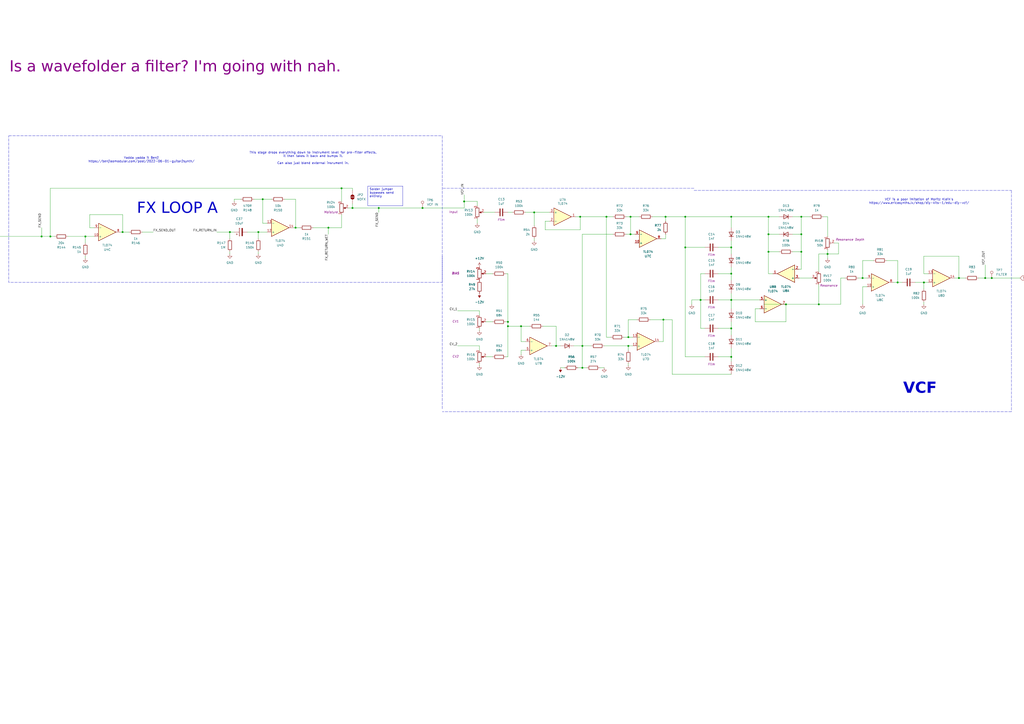
<source format=kicad_sch>
(kicad_sch (version 20231120) (generator "eeschema") (generator_version "8.0")
  (paper "A2")
  (title_block (title "Laundromat") (rev "1.0") (company "velvia-fifty") (comment 1 "https://github.com/velvia-fifty") (comment 2 "Just drop it off and we'll wash and fold it") (comment 4 "Stay humble"))
  (lib_symbols
    (symbol "Amplifier_Operational:TL074" (pin_names (offset 0.127))
      (property "Reference" "U" (at 0 5.08 0))
      (property "Value" "TL074" (at 0 -5.08 0))
      (symbol "TL074_1_1"
        (polyline (pts (xy -5.08 5.08) (xy 5.08 0) (xy -5.08 -5.08) (xy -5.08 5.08)) (stroke (width 0.254)) (fill (type background)))
        (pin output line (at 7.62 0 180) (length 2.54) (name "~") (number "1"))
        (pin input line (at -7.62 -2.54 0) (length 2.54) (name "-") (number "2"))
        (pin input line (at -7.62 2.54 0) (length 2.54) (name "+") (number "3"))
      )
      (symbol "TL074_2_1"
        (polyline (pts (xy -5.08 5.08) (xy 5.08 0) (xy -5.08 -5.08) (xy -5.08 5.08)) (stroke (width 0.254)) (fill (type background)))
        (pin input line (at -7.62 2.54 0) (length 2.54) (name "+") (number "5"))
        (pin input line (at -7.62 -2.54 0) (length 2.54) (name "-") (number "6"))
        (pin output line (at 7.62 0 180) (length 2.54) (name "~") (number "7"))
      )
      (symbol "TL074_3_1"
        (polyline (pts (xy -5.08 5.08) (xy 5.08 0) (xy -5.08 -5.08) (xy -5.08 5.08)) (stroke (width 0.254)) (fill (type background)))
        (pin input line (at -7.62 2.54 0) (length 2.54) (name "+") (number "10"))
        (pin output line (at 7.62 0 180) (length 2.54) (name "~") (number "8"))
        (pin input line (at -7.62 -2.54 0) (length 2.54) (name "-") (number "9"))
      )
      (symbol "TL074_4_1"
        (polyline (pts (xy -5.08 5.08) (xy 5.08 0) (xy -5.08 -5.08) (xy -5.08 5.08)) (stroke (width 0.254)) (fill (type background)))
        (pin input line (at -7.62 2.54 0) (length 2.54) (name "+") (number "12"))
        (pin input line (at -7.62 -2.54 0) (length 2.54) (name "-") (number "13"))
        (pin output line (at 7.62 0 180) (length 2.54) (name "~") (number "14"))
      )
      (symbol "TL074_5_1"
        (pin power_in line (at -2.54 -7.62 90) (length 3.81) (name "V-") (number "11"))
        (pin power_in line (at -2.54 7.62 270) (length 3.81) (name "V+") (number "4"))
      )
    )
    (symbol "Connector:TestPoint" (pin_numbers hide) (pin_names (offset 0.762) hide)
      (property "Reference" "TP" (at 0 6.858 0))
      (property "Value" "TestPoint" (at 0 5.08 0))
      (symbol "TestPoint_0_1"
        (circle (center 0 3.302) (radius 0.762))
      )
      (symbol "TestPoint_1_1"
        (pin passive line (at 0 0 90) (length 2.54) (name "1") (number "1"))
      )
    )
    (symbol "Device:C" (pin_numbers hide) (pin_names (offset 0.254))
      (property "Reference" "C" (at 0.635 2.54 0))
      (property "Value" "C" (at 0.635 -2.54 0))
      (symbol "C_0_1"
        (polyline (pts (xy -2.032 -0.762) (xy 2.032 -0.762)) (stroke (width 0.508)))
        (polyline (pts (xy -2.032 0.762) (xy 2.032 0.762)) (stroke (width 0.508)))
      )
      (symbol "C_1_1"
        (pin passive line (at 0 3.81 270) (length 2.794) (name "~") (number "1"))
        (pin passive line (at 0 -3.81 90) (length 2.794) (name "~") (number "2"))
      )
    )
    (symbol "Device:C_Polarized" (pin_numbers hide) (pin_names (offset 0.254))
      (property "Reference" "C" (at 0.635 2.54 0))
      (property "Value" "C_Polarized" (at 0.635 -2.54 0))
      (symbol "C_Polarized_0_1"
        (rectangle (start -2.286 0.508) (end 2.286 1.016))
        (polyline (pts (xy -1.778 2.286) (xy -0.762 2.286)))
        (polyline (pts (xy -1.27 2.794) (xy -1.27 1.778)))
        (rectangle (start 2.286 -0.508) (end -2.286 -1.016) (fill (type outline)))
      )
      (symbol "C_Polarized_1_1"
        (pin passive line (at 0 3.81 270) (length 2.794) (name "~") (number "1"))
        (pin passive line (at 0 -3.81 90) (length 2.794) (name "~") (number "2"))
      )
    )
    (symbol "Device:R" (pin_numbers hide) (pin_names (offset 0))
      (property "Reference" "R" (at 2.032 0 90))
      (property "Value" "R" (at 0 0 90))
      (symbol "R_0_1"
        (rectangle (start -1.016 -2.54) (end 1.016 2.54) (stroke (width 0.254)))
      )
      (symbol "R_1_1"
        (pin passive line (at 0 3.81 270) (length 1.27) (name "~") (number "1"))
        (pin passive line (at 0 -3.81 90) (length 1.27) (name "~") (number "2"))
      )
    )
    (symbol "Device:R_Potentiometer" (pin_names (offset 1.016) hide)
      (property "Reference" "RV" (at -4.445 0 90))
      (property "Value" "R_Potentiometer" (at -2.54 0 90))
      (symbol "R_Potentiometer_0_1"
        (polyline (pts (xy 2.54 0) (xy 1.524 0)))
        (polyline (pts (xy 1.143 0) (xy 2.286 0.508) (xy 2.286 -0.508) (xy 1.143 0)) (fill (type outline)))
        (rectangle (start 1.016 2.54) (end -1.016 -2.54) (stroke (width 0.254)))
      )
      (symbol "R_Potentiometer_1_1"
        (pin passive line (at 0 3.81 270) (length 1.27) (name "1") (number "1"))
        (pin passive line (at 3.81 0 180) (length 1.27) (name "2") (number "2"))
        (pin passive line (at 0 -3.81 90) (length 1.27) (name "3") (number "3"))
      )
    )
    (symbol "Device:R_Potentiometer_Trim" (pin_names (offset 1.016) hide)
      (property "Reference" "RV" (at -4.445 0 90))
      (property "Value" "R_Potentiometer_Trim" (at -2.54 0 90))
      (symbol "R_Potentiometer_Trim_0_1"
        (polyline (pts (xy 1.524 0.762) (xy 1.524 -0.762)))
        (polyline (pts (xy 2.54 0) (xy 1.524 0)))
        (rectangle (start 1.016 2.54) (end -1.016 -2.54) (stroke (width 0.254)))
      )
      (symbol "R_Potentiometer_Trim_1_1"
        (pin passive line (at 0 3.81 270) (length 1.27) (name "1") (number "1"))
        (pin passive line (at 3.81 0 180) (length 1.27) (name "2") (number "2"))
        (pin passive line (at 0 -3.81 90) (length 1.27) (name "3") (number "3"))
      )
    )
    (symbol "Diode:1N4148W" (pin_numbers hide) (pin_names hide)
      (property "Reference" "D" (at 0 2.54 0))
      (property "Value" "1N4148W" (at 0 -2.54 0))
      (symbol "1N4148W_0_1"
        (polyline (pts (xy -1.27 1.27) (xy -1.27 -1.27)) (stroke (width 0.254)))
        (polyline (pts (xy 1.27 0) (xy -1.27 0)))
        (polyline (pts (xy 1.27 1.27) (xy 1.27 -1.27) (xy -1.27 0) (xy 1.27 1.27)) (stroke (width 0.254)))
      )
      (symbol "1N4148W_1_1"
        (pin passive line (at -3.81 0 0) (length 2.54) (name "K") (number "1"))
        (pin passive line (at 3.81 0 180) (length 2.54) (name "A") (number "2"))
      )
    )
    (symbol "Jumper:SolderJumper_2_Open" (pin_numbers hide) (pin_names (offset 0) hide) (exclude_from_sim yes) (in_bom no)
      (property "Reference" "JP" (at 0 2.032 0))
      (property "Value" "SolderJumper_2_Open" (at 0 -2.54 0))
      (symbol "SolderJumper_2_Open_0_1"
        (arc (start -0.254 1.016) (mid -1.2656 0) (end -0.254 -1.016))
        (arc (start -0.254 1.016) (mid -1.2656 0) (end -0.254 -1.016) (fill (type outline)))
        (polyline (pts (xy -0.254 1.016) (xy -0.254 -1.016)))
        (polyline (pts (xy 0.254 1.016) (xy 0.254 -1.016)))
        (arc (start 0.254 -1.016) (mid 1.2656 0) (end 0.254 1.016))
        (arc (start 0.254 -1.016) (mid 1.2656 0) (end 0.254 1.016) (fill (type outline)))
      )
      (symbol "SolderJumper_2_Open_1_1"
        (pin passive line (at -3.81 0 0) (length 2.54) (name "A") (number "1"))
        (pin passive line (at 3.81 0 180) (length 2.54) (name "B") (number "2"))
      )
    )
    (symbol "power:+12V" (power) (pin_numbers hide) (pin_names (offset 0) hide)
      (property "Value" "+12V" (at 0 3.556 0))
      (symbol "+12V_0_1"
        (polyline (pts (xy -0.762 1.27) (xy 0 2.54)))
        (polyline (pts (xy 0 0) (xy 0 2.54)))
        (polyline (pts (xy 0 2.54) (xy 0.762 1.27)))
      )
      (symbol "+12V_1_1"
        (pin power_in line (at 0 0 90) (length 0) (name "~") (number "1"))
      )
    )
    (symbol "power:-12V" (power) (pin_numbers hide) (pin_names (offset 0) hide)
      (property "Value" "-12V" (at 0 3.556 0))
      (symbol "-12V_0_0"
        (pin power_in line (at 0 0 90) (length 0) (name "~") (number "1"))
      )
      (symbol "-12V_0_1"
        (polyline (pts (xy 0 0) (xy 0 1.27) (xy 0.762 1.27) (xy 0 2.54) (xy -0.762 1.27) (xy 0 1.27)) (fill (type outline)))
      )
    )
    (symbol "power:GND" (power) (pin_numbers hide) (pin_names (offset 0) hide)
      (property "Value" "GND" (at 0 -3.81 0))
      (symbol "GND_0_1"
        (polyline (pts (xy 0 0) (xy 0 -1.27) (xy 1.27 -1.27) (xy 0 -2.54) (xy -1.27 -1.27) (xy 0 -1.27)))
      )
      (symbol "GND_1_1"
        (pin power_in line (at 0 0 270) (length 0) (name "~") (number "1"))
      )
    )
  )
  (junction (at 133.35 134.62))
  (junction (at 365.76 135.89))
  (junction (at 480.06 147.32))
  (junction (at 464.82 135.89))
  (junction (at 302.26 189.23))
  (junction (at 556.26 161.29))
  (junction (at 49.53 137.16))
  (junction (at 520.7 163.83))
  (junction (at 364.49 200.66))
  (junction (at 474.98 176.53))
  (junction (at 424.18 143.51))
  (junction (at 464.82 125.73))
  (junction (at 322.58 200.66))
  (junction (at 219.71 120.65))
  (junction (at 500.38 161.29))
  (junction (at 571.5 161.29))
  (junction (at 397.51 125.73))
  (junction (at 351.79 125.73))
  (junction (at 29.21 137.16))
  (junction (at 445.77 146.05))
  (junction (at 386.08 125.73))
  (junction (at 424.18 207.01))
  (junction (at 406.4 173.99))
  (junction (at 455.93 176.53))
  (junction (at 445.77 135.89))
  (junction (at 336.55 125.73))
  (junction (at 337.82 213.36))
  (junction (at 445.77 125.73))
  (junction (at 337.82 200.66))
  (junction (at 464.82 146.05))
  (junction (at 424.18 173.99))
  (junction (at 152.4 115.57))
  (junction (at 198.12 109.22))
  (junction (at 24.13 137.16))
  (junction (at 364.49 195.58))
  (junction (at 535.94 163.83))
  (junction (at 424.18 125.73))
  (junction (at 294.64 186.69))
  (junction (at 149.86 134.62))
  (junction (at 365.76 125.73))
  (junction (at 245.11 120.65))
  (junction (at 171.45 132.08))
  (junction (at 204.47 120.65))
  (junction (at 190.5 132.08))
  (junction (at 575.31 161.29))
  (junction (at 424.18 158.75))
  (junction (at 384.81 185.42))
  (junction (at 397.51 143.51))
  (junction (at 269.24 116.84))
  (junction (at 424.18 190.5))
  (junction (at 294.64 189.23))
  (junction (at 309.88 123.19))
  (junction (at 71.12 134.62))
  (wire (pts (xy 350.52 200.66) (xy 364.49 200.66)))
  (wire (pts (xy 29.21 109.22) (xy 29.21 137.16)))
  (wire (pts (xy 29.21 137.16) (xy 31.75 137.16)))
  (wire (pts (xy 464.82 135.89) (xy 464.82 146.05)))
  (wire (pts (xy 335.28 213.36) (xy 337.82 213.36)))
  (wire (pts (xy 486.41 140.97) (xy 486.41 147.32)))
  (wire (pts (xy 318.77 123.19) (xy 309.88 123.19)))
  (wire (pts (xy 294.64 189.23) (xy 294.64 207.01)))
  (wire (pts (xy 204.47 109.22) (xy 198.12 109.22)))
  (wire (pts (xy 351.79 125.73) (xy 355.6 125.73)))
  (wire (pts (xy 406.4 173.99) (xy 408.94 173.99)))
  (wire (pts (xy 204.47 120.65) (xy 219.71 120.65)))
  (wire (pts (xy 135.89 134.62) (xy 133.35 134.62)))
  (wire (pts (xy 152.4 115.57) (xy 157.48 115.57)))
  (wire (pts (xy 463.55 156.21) (xy 464.82 156.21)))
  (wire (pts (xy 265.43 200.66) (xy 278.13 200.66)))
  (wire (pts (xy 24.13 132.08) (xy 24.13 137.16)))
  (wire (pts (xy 294.64 189.23) (xy 302.26 189.23)))
  (wire (pts (xy 363.22 135.89) (xy 365.76 135.89)))
  (wire (pts (xy 364.49 200.66) (xy 364.49 203.2)))
  (wire (pts (xy 364.49 185.42) (xy 364.49 195.58)))
  (wire (pts (xy 416.56 207.01) (xy 424.18 207.01)))
  (wire (pts (xy 278.13 191.77) (xy 278.13 190.5)))
  (wire (pts (xy 49.53 137.16) (xy 49.53 140.97)))
  (wire (pts (xy 278.13 212.09) (xy 278.13 210.82)))
  (wire (pts (xy 384.81 198.12) (xy 382.27 198.12)))
  (wire (pts (xy 347.98 213.36) (xy 350.52 213.36)))
  (wire (pts (xy 74.93 134.62) (xy 71.12 134.62)))
  (wire (pts (xy 365.76 135.89) (xy 368.3 135.89)))
  (wire (pts (xy 530.86 163.83) (xy 535.94 163.83)))
  (wire (pts (xy 474.98 157.48) (xy 474.98 147.32)))
  (wire (pts (xy 378.46 125.73) (xy 386.08 125.73)))
  (polyline (pts (xy 402.59 110.49) (xy 586.74 110.49)) (stroke (width 0) (type dash)))
  (wire (pts (xy 500.38 151.13) (xy 506.73 151.13)))
  (wire (pts (xy 455.93 176.53) (xy 443.23 176.53)))
  (wire (pts (xy 302.26 203.2) (xy 304.8 203.2)))
  (wire (pts (xy 445.77 146.05) (xy 445.77 158.75)))
  (wire (pts (xy 424.18 217.17) (xy 389.89 217.17)))
  (wire (pts (xy 302.26 205.74) (xy 302.26 203.2)))
  (wire (pts (xy 219.71 123.19) (xy 219.71 120.65)))
  (wire (pts (xy -2.54 137.16) (xy 24.13 137.16)))
  (wire (pts (xy 500.38 161.29) (xy 500.38 151.13)))
  (wire (pts (xy 133.35 138.43) (xy 133.35 134.62)))
  (wire (pts (xy 514.35 151.13) (xy 520.7 151.13)))
  (wire (pts (xy 354.33 195.58) (xy 351.79 195.58)))
  (wire (pts (xy 424.18 194.31) (xy 424.18 190.5)))
  (wire (pts (xy 384.81 185.42) (xy 384.81 198.12)))
  (wire (pts (xy 438.15 186.69) (xy 455.93 186.69)))
  (wire (pts (xy 276.86 119.38) (xy 276.86 116.84)))
  (wire (pts (xy 556.26 161.29) (xy 556.26 148.59)))
  (wire (pts (xy 149.86 138.43) (xy 149.86 134.62)))
  (wire (pts (xy 133.35 146.05) (xy 133.35 147.32)))
  (wire (pts (xy 397.51 143.51) (xy 408.94 143.51)))
  (wire (pts (xy 171.45 115.57) (xy 171.45 132.08)))
  (wire (pts (xy 154.94 134.62) (xy 149.86 134.62)))
  (wire (pts (xy 424.18 190.5) (xy 424.18 186.69)))
  (wire (pts (xy 424.18 162.56) (xy 424.18 158.75)))
  (wire (pts (xy 452.12 146.05) (xy 445.77 146.05)))
  (wire (pts (xy 520.7 163.83) (xy 523.24 163.83)))
  (wire (pts (xy 147.32 115.57) (xy 152.4 115.57)))
  (wire (pts (xy 474.98 176.53) (xy 487.68 176.53)))
  (wire (pts (xy 322.58 200.66) (xy 322.58 189.23)))
  (wire (pts (xy 401.32 173.99) (xy 406.4 173.99)))
  (wire (pts (xy 54.61 132.08) (xy 52.07 132.08)))
  (wire (pts (xy 567.69 161.29) (xy 571.5 161.29)))
  (wire (pts (xy 71.12 134.62) (xy 69.85 134.62)))
  (wire (pts (xy 364.49 212.09) (xy 364.49 210.82)))
  (wire (pts (xy 459.74 135.89) (xy 464.82 135.89)))
  (wire (pts (xy 538.48 158.75) (xy 535.94 158.75)))
  (wire (pts (xy 535.94 163.83) (xy 538.48 163.83)))
  (wire (pts (xy 82.55 134.62) (xy 88.9 134.62)))
  (wire (pts (xy 49.53 148.59) (xy 49.53 149.86)))
  (wire (pts (xy 401.32 176.53) (xy 401.32 173.99)))
  (wire (pts (xy 135.89 115.57) (xy 139.7 115.57)))
  (wire (pts (xy 480.06 144.78) (xy 480.06 147.32)))
  (wire (pts (xy 351.79 195.58) (xy 351.79 125.73)))
  (wire (pts (xy 480.06 125.73) (xy 480.06 137.16)))
  (wire (pts (xy 487.68 161.29) (xy 490.22 161.29)))
  (polyline (pts (xy 586.74 110.49) (xy 586.74 238.76)) (stroke (width 0) (type dash)))
  (wire (pts (xy 52.07 124.46) (xy 71.12 124.46)))
  (wire (pts (xy 280.67 123.19) (xy 287.02 123.19)))
  (wire (pts (xy 171.45 132.08) (xy 170.18 132.08)))
  (wire (pts (xy 316.23 133.35) (xy 336.55 133.35)))
  (wire (pts (xy 245.11 120.65) (xy 269.24 120.65)))
  (wire (pts (xy 294.64 186.69) (xy 294.64 189.23)))
  (wire (pts (xy 474.98 147.32) (xy 480.06 147.32)))
  (wire (pts (xy 337.82 200.66) (xy 337.82 213.36)))
  (wire (pts (xy 416.56 158.75) (xy 424.18 158.75)))
  (wire (pts (xy 535.94 158.75) (xy 535.94 148.59)))
  (wire (pts (xy 269.24 113.03) (xy 269.24 116.84)))
  (wire (pts (xy 424.18 158.75) (xy 424.18 154.94)))
  (wire (pts (xy 269.24 116.84) (xy 276.86 116.84)))
  (wire (pts (xy 219.71 120.65) (xy 245.11 120.65)))
  (wire (pts (xy 424.18 173.99) (xy 440.69 173.99)))
  (wire (pts (xy 54.61 137.16) (xy 49.53 137.16)))
  (wire (pts (xy 553.72 161.29) (xy 556.26 161.29)))
  (wire (pts (xy 377.19 185.42) (xy 384.81 185.42)))
  (wire (pts (xy 173.99 132.08) (xy 171.45 132.08)))
  (wire (pts (xy 294.64 186.69) (xy 294.64 158.75)))
  (wire (pts (xy 316.23 128.27) (xy 316.23 133.35)))
  (wire (pts (xy 520.7 151.13) (xy 520.7 163.83)))
  (polyline (pts (xy 586.74 238.76) (xy 256.54 238.76)) (stroke (width 0) (type dash)))
  (wire (pts (xy 424.18 125.73) (xy 445.77 125.73)))
  (wire (pts (xy 438.15 179.07) (xy 440.69 179.07)))
  (wire (pts (xy 416.56 173.99) (xy 424.18 173.99)))
  (wire (pts (xy 397.51 207.01) (xy 408.94 207.01)))
  (wire (pts (xy 369.57 185.42) (xy 364.49 185.42)))
  (wire (pts (xy 190.5 132.08) (xy 198.12 132.08)))
  (wire (pts (xy 424.18 143.51) (xy 424.18 139.7)))
  (wire (pts (xy 269.24 116.84) (xy 269.24 120.65)))
  (wire (pts (xy 293.37 158.75) (xy 294.64 158.75)))
  (wire (pts (xy 337.82 135.89) (xy 355.6 135.89)))
  (wire (pts (xy 332.74 200.66) (xy 337.82 200.66)))
  (wire (pts (xy 149.86 134.62) (xy 143.51 134.62)))
  (wire (pts (xy 336.55 133.35) (xy 336.55 125.73)))
  (polyline (pts (xy 402.59 109.22) (xy 256.54 109.22)) (stroke (width 0) (type dash)))
  (wire (pts (xy 571.5 153.67) (xy 571.5 161.29)))
  (wire (pts (xy 477.52 125.73) (xy 480.06 125.73)))
  (wire (pts (xy 370.84 125.73) (xy 365.76 125.73)))
  (wire (pts (xy 304.8 198.12) (xy 302.26 198.12)))
  (wire (pts (xy 302.26 189.23) (xy 307.34 189.23)))
  (wire (pts (xy 459.74 125.73) (xy 464.82 125.73)))
  (wire (pts (xy 463.55 161.29) (xy 471.17 161.29)))
  (wire (pts (xy 535.94 176.53) (xy 535.94 175.26)))
  (wire (pts (xy 386.08 135.89) (xy 386.08 138.43)))
  (wire (pts (xy 464.82 125.73) (xy 469.9 125.73)))
  (wire (pts (xy 181.61 132.08) (xy 190.5 132.08)))
  (wire (pts (xy 204.47 118.11) (xy 204.47 120.65)))
  (wire (pts (xy 149.86 146.05) (xy 149.86 147.32)))
  (wire (pts (xy 397.51 143.51) (xy 397.51 207.01)))
  (wire (pts (xy 281.94 207.01) (xy 285.75 207.01)))
  (wire (pts (xy 386.08 125.73) (xy 386.08 128.27)))
  (wire (pts (xy 364.49 195.58) (xy 367.03 195.58)))
  (wire (pts (xy 293.37 207.01) (xy 294.64 207.01)))
  (wire (pts (xy 571.5 161.29) (xy 575.31 161.29)))
  (wire (pts (xy 455.93 176.53) (xy 474.98 176.53)))
  (wire (pts (xy 198.12 116.84) (xy 198.12 109.22)))
  (wire (pts (xy 361.95 195.58) (xy 364.49 195.58)))
  (wire (pts (xy 281.94 186.69) (xy 285.75 186.69)))
  (wire (pts (xy 416.56 143.51) (xy 424.18 143.51)))
  (wire (pts (xy 154.94 129.54) (xy 152.4 129.54)))
  (wire (pts (xy 535.94 148.59) (xy 556.26 148.59)))
  (wire (pts (xy 336.55 125.73) (xy 351.79 125.73)))
  (wire (pts (xy 445.77 125.73) (xy 445.77 135.89)))
  (wire (pts (xy 386.08 125.73) (xy 397.51 125.73)))
  (wire (pts (xy 278.13 182.88) (xy 278.13 180.34)))
  (wire (pts (xy 281.94 158.75) (xy 285.75 158.75)))
  (wire (pts (xy 320.04 200.66) (xy 322.58 200.66)))
  (wire (pts (xy 337.82 213.36) (xy 340.36 213.36)))
  (wire (pts (xy 455.93 186.69) (xy 455.93 176.53)))
  (wire (pts (xy 438.15 179.07) (xy 438.15 186.69)))
  (wire (pts (xy 406.4 158.75) (xy 408.94 158.75)))
  (wire (pts (xy 365.76 125.73) (xy 365.76 135.89)))
  (wire (pts (xy 363.22 125.73) (xy 365.76 125.73)))
  (wire (pts (xy 165.1 115.57) (xy 171.45 115.57)))
  (wire (pts (xy 198.12 109.22) (xy 29.21 109.22)))
  (wire (pts (xy 424.18 179.07) (xy 424.18 173.99)))
  (wire (pts (xy 389.89 217.17) (xy 389.89 185.42)))
  (wire (pts (xy 71.12 124.46) (xy 71.12 134.62)))
  (wire (pts (xy 39.37 137.16) (xy 49.53 137.16)))
  (wire (pts (xy 556.26 161.29) (xy 560.07 161.29)))
  (wire (pts (xy 445.77 135.89) (xy 452.12 135.89)))
  (wire (pts (xy 464.82 146.05) (xy 464.82 156.21)))
  (wire (pts (xy 302.26 198.12) (xy 302.26 189.23)))
  (wire (pts (xy 487.68 176.53) (xy 487.68 161.29)))
  (wire (pts (xy 278.13 203.2) (xy 278.13 200.66)))
  (wire (pts (xy 500.38 166.37) (xy 500.38 176.53)))
  (polyline (pts (xy 256.54 148.59) (xy 256.54 237.49)) (stroke (width 0) (type dash)))
  (wire (pts (xy 337.82 200.66) (xy 337.82 135.89)))
  (wire (pts (xy 190.5 135.89) (xy 190.5 132.08)))
  (wire (pts (xy 575.31 161.29) (xy 591.82 161.29)))
  (wire (pts (xy 452.12 125.73) (xy 445.77 125.73)))
  (wire (pts (xy 424.18 207.01) (xy 424.18 201.93)))
  (wire (pts (xy 334.01 125.73) (xy 336.55 125.73)))
  (wire (pts (xy 448.31 158.75) (xy 445.77 158.75)))
  (wire (pts (xy 406.4 158.75) (xy 406.4 173.99)))
  (wire (pts (xy 518.16 163.83) (xy 520.7 163.83)))
  (wire (pts (xy 24.13 137.16) (xy 29.21 137.16)))
  (wire (pts (xy 198.12 124.46) (xy 198.12 132.08)))
  (wire (pts (xy 133.35 134.62) (xy 125.73 134.62)))
  (wire (pts (xy 294.64 123.19) (xy 297.18 123.19)))
  (wire (pts (xy 204.47 120.65) (xy 201.93 120.65)))
  (wire (pts (xy 304.8 123.19) (xy 309.88 123.19)))
  (wire (pts (xy 152.4 129.54) (xy 152.4 115.57)))
  (wire (pts (xy 406.4 173.99) (xy 406.4 190.5)))
  (wire (pts (xy 424.18 147.32) (xy 424.18 143.51)))
  (wire (pts (xy 416.56 190.5) (xy 424.18 190.5)))
  (wire (pts (xy 474.98 165.1) (xy 474.98 176.53)))
  (wire (pts (xy 204.47 110.49) (xy 204.47 109.22)))
  (wire (pts (xy 364.49 200.66) (xy 367.03 200.66)))
  (wire (pts (xy 397.51 125.73) (xy 424.18 125.73)))
  (wire (pts (xy 135.89 116.84) (xy 135.89 115.57)))
  (wire (pts (xy 397.51 125.73) (xy 397.51 143.51)))
  (wire (pts (xy 322.58 200.66) (xy 325.12 200.66)))
  (wire (pts (xy 502.92 161.29) (xy 500.38 161.29)))
  (wire (pts (xy 52.07 132.08) (xy 52.07 124.46)))
  (wire (pts (xy 309.88 123.19) (xy 309.88 130.81)))
  (wire (pts (xy 265.43 180.34) (xy 278.13 180.34)))
  (wire (pts (xy 502.92 166.37) (xy 500.38 166.37)))
  (wire (pts (xy 406.4 190.5) (xy 408.94 190.5)))
  (wire (pts (xy 276.86 129.54) (xy 276.86 127)))
  (wire (pts (xy 424.18 132.08) (xy 424.18 125.73)))
  (wire (pts (xy 483.87 140.97) (xy 486.41 140.97)))
  (wire (pts (xy 342.9 200.66) (xy 337.82 200.66)))
  (wire (pts (xy 445.77 146.05) (xy 445.77 135.89)))
  (wire (pts (xy 309.88 139.7) (xy 309.88 138.43)))
  (wire (pts (xy 386.08 138.43) (xy 383.54 138.43)))
  (wire (pts (xy 314.96 189.23) (xy 322.58 189.23)))
  (wire (pts (xy 325.12 213.36) (xy 327.66 213.36)))
  (wire (pts (xy 486.41 147.32) (xy 480.06 147.32)))
  (wire (pts (xy 424.18 209.55) (xy 424.18 207.01)))
  (wire (pts (xy 535.94 167.64) (xy 535.94 163.83)))
  (wire (pts (xy 464.82 125.73) (xy 464.82 135.89)))
  (wire (pts (xy 497.84 161.29) (xy 500.38 161.29)))
  (wire (pts (xy 293.37 186.69) (xy 294.64 186.69)))
  (wire (pts (xy 480.06 147.32) (xy 480.06 149.86)))
  (wire (pts (xy 384.81 185.42) (xy 389.89 185.42)))
  (wire (pts (xy 318.77 128.27) (xy 316.23 128.27)))
  (wire (pts (xy 459.74 146.05) (xy 464.82 146.05)))
  (wire (pts (xy 424.18 170.18) (xy 424.18 173.99)))
  (rectangle (start 5.08 78.74) (end 256.54 163.83) (stroke (width 0) (type dash)))
  (text_box "Solder jumper bypasses send entirely" (at 213.36 107.95 0) (size 20.32 11.43) (effects (font (size 1.27 1.27)) (justify left top)))
  (text "FX LOOP A" (at 102.87 122.682 0) (effects (font (size 6.35 6.35))))
  (text "VCF" (at 533.654 227.076 0) (effects (font (size 6.35 6.35) (thickness 1.016) (bold yes))))
  (text "This stage drops everything down to instrument level for pre-filter effects,\nit then takes it back and bumps it.\n\nCan also just blend external insrument in." (at 181.61 91.694 0) (effects (font (size 1.27 1.27))))
  (text "Yadda yadda it Benji\nhttps://benjiaomodular.com/post/2022-06-01-guitar2synth/" (at 82.042 92.71 0) (effects (font (size 1.27 1.27))))
  (text "VCF is a poor imitation of Moritz Klein's\nhttps://www.ericasynths.lv/shop/diy-kits-1/edu-diy-vcf/" (at 533.146 116.84 0) (effects (font (size 1.27 1.27))))
  (text "Is a wavefolder a filter? I'm going with nah." (at 101.6 40.64 0) (effects (font (size 6.35 6.35) (italic yes))))
  (label "FX_SEND" (at 24.13 132.08 90))
  (label "FX_RETURN_IN" (at 125.73 134.62 180))
  (label "FX_RETURN_WET" (at 190.5 135.89 270))
  (label "VCF_IN" (at 269.24 113.03 90))
  (label "FX_SEND_OUT" (at 88.9 134.62 0))
  (label "CV_1" (at 265.43 180.34 180))
  (label "VCF_OUT" (at 571.5 153.67 90))
  (label "FX_SEND" (at 219.71 123.19 270))
  (label "CV_2" (at 265.43 200.66 180))
  (global_label "TO FILTER STAGE" (shape input) (at -2.54 137.16 180) (property "Intersheetrefs" "${INTERSHEET_REFS}" (effects (hide yes))))
  (global_label "TO OUTPUT STAGE" (shape input) (at 591.82 161.29 0) (property "Intersheetrefs" "${INTERSHEET_REFS}" (effects (hide yes))))
  (symbol (lib_id "Device:R_Potentiometer") (at 278.13 207.01 0) (mirror x) (unit 1) (on_board no)
    (property "Reference" "RV16" (at 275.59 205.7399 0) (effects (justify right)))
    (property "Value" "100k" (at 275.59 208.2799 0) (effects (justify right)))
    (property "Footprint" "Potentiometer_THT:Potentiometer_Bourns_PTV09A-1_Single_Vertical" (effects (hide yes)))
    (property "Description" "Potentiometer" (effects (hide yes)))
    (property "Control" "CV2" (at 264.16 206.756 0) (effects (font (italic yes))))
  )
  (symbol (lib_id "Amplifier_Operational:TL074") (at 510.54 163.83 0) (mirror x) (unit 3) (on_board no)
    (property "Reference" "U8" (at 510.54 173.99 0))
    (property "Value" "TL074" (at 510.54 171.45 0))
    (property "Footprint" "AT-Footprints:SOT23_DYY_TEX" (effects (hide yes)))
    (property "Datasheet" "http://www.ti.com/lit/ds/symlink/tl071.pdf" (effects (hide yes)))
    (property "Description" "Quad Low-Noise JFET-Input Operational Amplifiers, DIP-14/SOIC-14" (effects (hide yes)))
  )
  (symbol (lib_id "power:GND") (at 480.06 149.86 0) (unit 1) (on_board no)
    (property "Reference" "#PWR067" (effects (hide yes)))
    (property "Value" "GND" (at 480.06 154.94 0))
    (property "Description" "Power symbol creates a global label with name \"GND\" , ground" (effects (hide yes)))
  )
  (symbol (lib_id "Device:C") (at 412.75 190.5 90) (unit 1) (on_board no)
    (property "Reference" "C17" (at 412.75 182.88 90))
    (property "Value" "1nF" (at 412.75 185.42 90))
    (property "Footprint" "Capacitor_SMD:C_0805_2012Metric_Pad1.18x1.45mm_HandSolder" (effects (hide yes)))
    (property "Description" "Unpolarized capacitor" (effects (hide yes)))
    (property "Type" "Film" (at 410.718 194.056 90) (effects (font (italic yes)) (justify right bottom)))
  )
  (symbol (lib_id "Device:R") (at 344.17 213.36 90) (unit 1) (on_board no)
    (property "Reference" "R57" (at 344.17 207.01 90))
    (property "Value" "27k" (at 344.17 209.55 90))
    (property "Footprint" "Resistor_SMD:R_0805_2012Metric_Pad1.20x1.40mm_HandSolder" (effects (hide yes)))
    (property "Description" "Resistor" (effects (hide yes)))
  )
  (symbol (lib_id "Diode:1N4148W") (at 328.93 200.66 0) (mirror y) (unit 1) (on_board no)
    (property "Reference" "D2" (at 328.93 194.31 0))
    (property "Value" "1N4148W" (at 328.93 196.85 0))
    (property "Footprint" "Diode_SMD:D_SOD-123" (effects (hide yes)))
    (property "Datasheet" "https://www.vishay.com/docs/85748/1n4148w.pdf" (effects (hide yes)))
    (property "Description" "75V 0.15A Fast Switching Diode, SOD-123" (effects (hide yes)))
    (property "Sim.Device" "D" (effects (hide yes)))
    (property "Sim.Pins" "1=K 2=A" (effects (hide yes)))
  )
  (symbol (lib_id "Device:R_Potentiometer") (at 276.86 123.19 0) (mirror x) (unit 1) (on_board no)
    (property "Reference" "RV13" (at 274.32 121.9199 0) (effects (justify right)))
    (property "Value" "100k" (at 274.32 124.4599 0) (effects (justify right)))
    (property "Footprint" "Potentiometer_THT:Potentiometer_Bourns_PTV09A-1_Single_Vertical" (effects (hide yes)))
    (property "Description" "Potentiometer" (effects (hide yes)))
    (property "Control" "Input" (at 262.89 122.936 0) (effects (font (italic yes))))
  )
  (symbol (lib_id "power:GND") (at 49.53 149.86 0) (unit 1) (on_board no)
    (property "Reference" "#PWR0109" (effects (hide yes)))
    (property "Value" "GND" (at 49.53 154.94 0))
    (property "Description" "Power symbol creates a global label with name \"GND\" , ground" (effects (hide yes)))
  )
  (symbol (lib_id "Device:R") (at 133.35 142.24 0) (mirror x) (unit 1) (on_board no)
    (property "Reference" "R147" (at 130.8916 140.9699 0) (effects (justify right)))
    (property "Value" "1M" (at 130.8916 143.5099 0) (effects (justify right)))
    (property "Footprint" "Resistor_SMD:R_0805_2012Metric_Pad1.20x1.40mm_HandSolder" (effects (hide yes)))
    (property "Description" "Resistor" (effects (hide yes)))
  )
  (symbol (lib_id "power:GND") (at 278.13 191.77 0) (unit 1) (on_board no)
    (property "Reference" "#PWR059" (effects (hide yes)))
    (property "Value" "GND" (at 278.13 196.85 0))
    (property "Description" "Power symbol creates a global label with name \"GND\" , ground" (effects (hide yes)))
  )
  (symbol (lib_id "Amplifier_Operational:TL074") (at 162.56 132.08 0) (mirror x) (unit 4) (on_board no)
    (property "Reference" "U4" (at 162.56 142.24 0))
    (property "Value" "TL074" (at 162.56 139.7 0))
    (property "Footprint" "AT-Footprints:SOT23_DYY_TEX" (effects (hide yes)))
    (property "Datasheet" "http://www.ti.com/lit/ds/symlink/tl071.pdf" (effects (hide yes)))
    (property "Description" "Quad Low-Noise JFET-Input Operational Amplifiers, DIP-14/SOIC-14" (effects (hide yes)))
  )
  (symbol (lib_id "Diode:1N4148W") (at 424.18 166.37 90) (unit 1) (on_board no)
    (property "Reference" "D9" (at 426.72 165.0999 90) (effects (justify right)))
    (property "Value" "1N4148W" (at 426.72 167.6399 90) (effects (justify right)))
    (property "Footprint" "Diode_SMD:D_SOD-123" (effects (hide yes)))
    (property "Datasheet" "https://www.vishay.com/docs/85748/1n4148w.pdf" (effects (hide yes)))
    (property "Description" "75V 0.15A Fast Switching Diode, SOD-123" (effects (hide yes)))
    (property "Sim.Device" "D" (effects (hide yes)))
    (property "Sim.Pins" "1=K 2=A" (effects (hide yes)))
  )
  (symbol (lib_id "Device:C") (at 412.75 207.01 90) (unit 1) (on_board no)
    (property "Reference" "C18" (at 412.75 199.39 90))
    (property "Value" "1nF" (at 412.75 201.93 90))
    (property "Footprint" "Capacitor_SMD:C_0805_2012Metric_Pad1.18x1.45mm_HandSolder" (effects (hide yes)))
    (property "Description" "Unpolarized capacitor" (effects (hide yes)))
    (property "Type" "Film" (at 410.718 210.566 90) (effects (font (italic yes)) (justify right bottom)))
  )
  (symbol (lib_id "Device:R") (at 149.86 142.24 0) (mirror x) (unit 1) (on_board no)
    (property "Reference" "R149" (at 147.4016 140.9699 0) (effects (justify right)))
    (property "Value" "150k" (at 147.4016 143.5099 0) (effects (justify right)))
    (property "Footprint" "Resistor_SMD:R_0805_2012Metric_Pad1.20x1.40mm_HandSolder" (effects (hide yes)))
    (property "Description" "Resistor" (effects (hide yes)))
  )
  (symbol (lib_id "Device:R") (at 311.15 189.23 90) (unit 1) (on_board no)
    (property "Reference" "R55" (at 311.15 182.88 90))
    (property "Value" "14k" (at 311.15 185.42 90))
    (property "Footprint" "Resistor_SMD:R_0805_2012Metric_Pad1.20x1.40mm_HandSolder" (effects (hide yes)))
    (property "Description" "Resistor" (effects (hide yes)))
  )
  (symbol (lib_id "power:GND") (at 500.38 176.53 0) (unit 1) (on_board no)
    (property "Reference" "#PWR068" (effects (hide yes)))
    (property "Value" "GND" (at 500.38 181.61 0))
    (property "Description" "Power symbol creates a global label with name \"GND\" , ground" (effects (hide yes)))
  )
  (symbol (lib_id "Device:R") (at 346.71 200.66 90) (unit 1) (on_board no)
    (property "Reference" "R70" (at 346.71 194.31 90))
    (property "Value" "33k" (at 346.71 196.85 90))
    (property "Footprint" "Resistor_SMD:R_0805_2012Metric_Pad1.20x1.40mm_HandSolder" (effects (hide yes)))
    (property "Description" "Resistor" (effects (hide yes)))
  )
  (symbol (lib_id "Device:R") (at 289.56 207.01 90) (unit 1) (on_board no)
    (property "Reference" "R52" (at 289.56 200.66 90))
    (property "Value" "68k" (at 289.56 203.2 90))
    (property "Footprint" "Resistor_SMD:R_0805_2012Metric_Pad1.20x1.40mm_HandSolder" (effects (hide yes)))
    (property "Description" "Resistor" (effects (hide yes)))
  )
  (symbol (lib_id "Device:R") (at 374.65 125.73 90) (unit 1) (on_board no)
    (property "Reference" "R76" (at 374.65 119.38 90))
    (property "Value" "33k" (at 374.65 121.92 90))
    (property "Footprint" "Resistor_SMD:R_0805_2012Metric_Pad1.20x1.40mm_HandSolder" (effects (hide yes)))
    (property "Description" "Resistor" (effects (hide yes)))
  )
  (symbol (lib_id "Device:C") (at 290.83 123.19 90) (unit 1) (on_board no)
    (property "Reference" "C13" (at 290.83 115.57 90))
    (property "Value" "1uF" (at 290.83 118.11 90))
    (property "Footprint" "Capacitor_SMD:C_0805_2012Metric_Pad1.18x1.45mm_HandSolder" (effects (hide yes)))
    (property "Description" "Unpolarized capacitor" (effects (hide yes)))
    (property "Type" "Film" (at 288.798 126.746 90) (effects (font (italic yes)) (justify right bottom)))
  )
  (symbol (lib_id "Device:R") (at 289.56 158.75 90) (unit 1) (on_board no)
    (property "Reference" "R50" (at 289.56 152.4 90))
    (property "Value" "100k" (at 289.56 154.94 90))
    (property "Footprint" "Resistor_SMD:R_0805_2012Metric_Pad1.20x1.40mm_HandSolder" (effects (hide yes)))
    (property "Description" "Resistor" (effects (hide yes)))
  )
  (symbol (lib_id "Device:R") (at 473.71 125.73 90) (unit 1) (on_board no)
    (property "Reference" "R79" (at 473.71 119.38 90))
    (property "Value" "1k" (at 473.71 121.92 90))
    (property "Footprint" "Resistor_SMD:R_0805_2012Metric_Pad1.20x1.40mm_HandSolder" (effects (hide yes)))
    (property "Description" "Resistor" (effects (hide yes)))
  )
  (symbol (lib_id "Device:R") (at 358.14 195.58 90) (unit 1) (on_board no)
    (property "Reference" "R71" (at 358.14 189.23 90))
    (property "Value" "33k" (at 358.14 191.77 90))
    (property "Footprint" "Resistor_SMD:R_0805_2012Metric_Pad1.20x1.40mm_HandSolder" (effects (hide yes)))
    (property "Description" "Resistor" (effects (hide yes)))
  )
  (symbol (lib_id "power:GND") (at 401.32 176.53 0) (unit 1) (on_board no)
    (property "Reference" "#PWR066" (effects (hide yes)))
    (property "Value" "GND" (at 401.32 181.61 0))
    (property "Description" "Power symbol creates a global label with name \"GND\" , ground" (effects (hide yes)))
  )
  (symbol (lib_id "power:+12V") (at 278.13 154.94 0) (unit 1) (on_board no)
    (property "Reference" "#PWR057" (effects (hide yes)))
    (property "Value" "+12V" (at 278.13 149.86 0))
    (property "Description" "Power symbol creates a global label with name \"+12V\"" (effects (hide yes)))
  )
  (symbol (lib_id "Connector:TestPoint") (at 245.11 120.65 0) (unit 1) (on_board no)
    (property "Reference" "TP6" (at 247.65 116.0779 0) (effects (justify left)))
    (property "Value" "VCF IN" (at 247.65 118.6179 0) (effects (justify left)))
    (property "Description" "test point" (effects (hide yes)))
  )
  (symbol (lib_id "Jumper:SolderJumper_2_Open") (at 204.47 114.3 270) (mirror x) (unit 1) (exclude_from_sim yes) (in_bom no) (on_board no)
    (property "Reference" "JP2" (at 207.01 113.0299 90) (effects (justify left)))
    (property "Value" "NOFX" (at 207.01 115.5699 90) (effects (justify left)))
    (property "Footprint" "Jumper:SolderJumper-2_P1.3mm_Open_TrianglePad1.0x1.5mm" (effects (hide yes)))
    (property "Description" "Solder Jumper, 2-pole, open" (effects (hide yes)))
  )
  (symbol (lib_id "Device:R") (at 177.8 132.08 90) (mirror x) (unit 1) (on_board no)
    (property "Reference" "R151" (at 177.8 138.43 90))
    (property "Value" "1k" (at 177.8 135.89 90))
    (property "Footprint" "Resistor_SMD:R_0805_2012Metric_Pad1.20x1.40mm_HandSolder" (effects (hide yes)))
    (property "Description" "Resistor" (effects (hide yes)))
  )
  (symbol (lib_id "power:GND") (at 364.49 212.09 0) (unit 1) (on_board no)
    (property "Reference" "#PWR065" (effects (hide yes)))
    (property "Value" "GND" (at 364.49 217.17 0))
    (property "Description" "Power symbol creates a global label with name \"GND\" , ground" (effects (hide yes)))
  )
  (symbol (lib_id "power:GND") (at 535.94 176.53 0) (unit 1) (on_board no)
    (property "Reference" "#PWR069" (effects (hide yes)))
    (property "Value" "GND" (at 535.94 181.61 0))
    (property "Description" "Power symbol creates a global label with name \"GND\" , ground" (effects (hide yes)))
  )
  (symbol (lib_id "Device:C") (at 412.75 143.51 90) (unit 1) (on_board no)
    (property "Reference" "C14" (at 412.75 135.89 90))
    (property "Value" "1nF" (at 412.75 138.43 90))
    (property "Footprint" "Capacitor_SMD:C_0805_2012Metric_Pad1.18x1.45mm_HandSolder" (effects (hide yes)))
    (property "Description" "Unpolarized capacitor" (effects (hide yes)))
    (property "Type" "Film" (at 410.718 147.066 90) (effects (font (italic yes)) (justify right bottom)))
  )
  (symbol (lib_id "Device:R_Potentiometer") (at 278.13 186.69 0) (mirror x) (unit 1) (on_board no)
    (property "Reference" "RV15" (at 275.59 185.4199 0) (effects (justify right)))
    (property "Value" "100k" (at 275.59 187.9599 0) (effects (justify right)))
    (property "Footprint" "Potentiometer_THT:Potentiometer_Bourns_PTV09A-1_Single_Vertical" (effects (hide yes)))
    (property "Description" "Potentiometer" (effects (hide yes)))
    (property "Control" "CV1" (at 264.16 186.436 0) (effects (font (italic yes))))
  )
  (symbol (lib_id "Device:R") (at 35.56 137.16 90) (mirror x) (unit 1) (on_board no)
    (property "Reference" "R144" (at 35.56 143.51 90))
    (property "Value" "20k" (at 35.56 140.97 90))
    (property "Footprint" "Resistor_SMD:R_0805_2012Metric_Pad1.20x1.40mm_HandSolder" (effects (hide yes)))
    (property "Description" "Resistor" (effects (hide yes)))
  )
  (symbol (lib_id "Amplifier_Operational:TL074") (at 455.93 158.75 180) (unit 1) (on_board no)
    (property "Reference" "U8" (at 455.93 168.656 0))
    (property "Value" "TL074" (at 455.93 166.37 0))
    (property "Footprint" "AT-Footprints:SOT23_DYY_TEX" (effects (hide yes)))
    (property "Datasheet" "http://www.ti.com/lit/ds/symlink/tl071.pdf" (effects (hide yes)))
    (property "Description" "Quad Low-Noise JFET-Input Operational Amplifiers, DIP-14/SOIC-14" (effects (hide yes)))
  )
  (symbol (lib_id "Device:C") (at 412.75 173.99 90) (unit 1) (on_board no)
    (property "Reference" "C16" (at 412.75 166.37 90))
    (property "Value" "1nF" (at 412.75 168.91 90))
    (property "Footprint" "Capacitor_SMD:C_0805_2012Metric_Pad1.18x1.45mm_HandSolder" (effects (hide yes)))
    (property "Description" "Unpolarized capacitor" (effects (hide yes)))
    (property "Type" "Film" (at 410.718 177.546 90) (effects (font (italic yes)) (justify right bottom)))
  )
  (symbol (lib_id "Device:R") (at 494.03 161.29 90) (unit 1) (on_board no)
    (property "Reference" "R80" (at 494.03 154.94 90))
    (property "Value" "1k" (at 494.03 157.48 90))
    (property "Footprint" "Resistor_SMD:R_0805_2012Metric_Pad1.20x1.40mm_HandSolder" (effects (hide yes)))
    (property "Description" "Resistor" (effects (hide yes)))
  )
  (symbol (lib_id "Diode:1N4148W") (at 424.18 213.36 90) (unit 1) (on_board no)
    (property "Reference" "D12" (at 426.72 212.0899 90) (effects (justify right)))
    (property "Value" "1N4148W" (at 426.72 214.6299 90) (effects (justify right)))
    (property "Footprint" "Diode_SMD:D_SOD-123" (effects (hide yes)))
    (property "Datasheet" "https://www.vishay.com/docs/85748/1n4148w.pdf" (effects (hide yes)))
    (property "Description" "75V 0.15A Fast Switching Diode, SOD-123" (effects (hide yes)))
    (property "Sim.Device" "D" (effects (hide yes)))
    (property "Sim.Pins" "1=K 2=A" (effects (hide yes)))
  )
  (symbol (lib_id "Device:R") (at 143.51 115.57 90) (mirror x) (unit 1) (on_board no)
    (property "Reference" "R148" (at 143.51 121.92 90))
    (property "Value" "470R" (at 143.51 119.38 90))
    (property "Footprint" "Resistor_SMD:R_0805_2012Metric_Pad1.20x1.40mm_HandSolder" (effects (hide yes)))
    (property "Description" "Resistor" (effects (hide yes)))
  )
  (symbol (lib_id "Device:R") (at 278.13 166.37 0) (mirror x) (unit 1) (on_board no)
    (property "Reference" "R49" (at 275.6716 165.0999 0) (effects (justify right)))
    (property "Value" "27k" (at 275.6716 167.6399 0) (effects (justify right)))
    (property "Footprint" "Resistor_SMD:R_0805_2012Metric_Pad1.20x1.40mm_HandSolder" (effects (hide yes)))
    (property "Description" "Resistor" (effects (hide yes)))
  )
  (symbol (lib_id "Amplifier_Operational:TL074") (at 374.65 198.12 0) (mirror x) (unit 4) (on_board no)
    (property "Reference" "U7" (at 374.65 208.28 0))
    (property "Value" "TL074" (at 374.65 205.74 0))
    (property "Footprint" "AT-Footprints:SOT23_DYY_TEX" (effects (hide yes)))
    (property "Datasheet" "http://www.ti.com/lit/ds/symlink/tl071.pdf" (effects (hide yes)))
    (property "Description" "Quad Low-Noise JFET-Input Operational Amplifiers, DIP-14/SOIC-14" (effects (hide yes)))
  )
  (symbol (lib_id "Diode:1N4148W") (at 455.93 135.89 0) (mirror x) (unit 1) (on_board no)
    (property "Reference" "D14" (at 455.93 129.54 0))
    (property "Value" "1N4148W" (at 455.93 132.08 0))
    (property "Footprint" "Diode_SMD:D_SOD-123" (effects (hide yes)))
    (property "Datasheet" "https://www.vishay.com/docs/85748/1n4148w.pdf" (effects (hide yes)))
    (property "Description" "75V 0.15A Fast Switching Diode, SOD-123" (effects (hide yes)))
    (property "Sim.Device" "D" (effects (hide yes)))
    (property "Sim.Pins" "1=K 2=A" (effects (hide yes)))
  )
  (symbol (lib_id "Device:R") (at 510.54 151.13 90) (unit 1) (on_board no)
    (property "Reference" "R81" (at 510.54 144.78 90))
    (property "Value" "33k" (at 510.54 147.32 90))
    (property "Footprint" "Resistor_SMD:R_0805_2012Metric_Pad1.20x1.40mm_HandSolder" (effects (hide yes)))
    (property "Description" "Resistor" (effects (hide yes)))
  )
  (symbol (lib_id "Device:R") (at 359.41 135.89 90) (unit 1) (on_board no)
    (property "Reference" "R73" (at 359.41 129.54 90))
    (property "Value" "33k" (at 359.41 132.08 90))
    (property "Footprint" "Resistor_SMD:R_0805_2012Metric_Pad1.20x1.40mm_HandSolder" (effects (hide yes)))
    (property "Description" "Resistor" (effects (hide yes)))
  )
  (symbol (lib_id "Device:R") (at 386.08 132.08 0) (mirror x) (unit 1) (on_board no)
    (property "Reference" "R77" (at 383.6216 130.8099 0) (effects (justify right)))
    (property "Value" "2k" (at 383.6216 133.3499 0) (effects (justify right)))
    (property "Footprint" "Resistor_SMD:R_0805_2012Metric_Pad1.20x1.40mm_HandSolder" (effects (hide yes)))
    (property "Description" "Resistor" (effects (hide yes)))
  )
  (symbol (lib_id "Diode:1N4148W") (at 424.18 198.12 90) (unit 1) (on_board no)
    (property "Reference" "D11" (at 426.72 196.8499 90) (effects (justify right)))
    (property "Value" "1N4148W" (at 426.72 199.3899 90) (effects (justify right)))
    (property "Footprint" "Diode_SMD:D_SOD-123" (effects (hide yes)))
    (property "Datasheet" "https://www.vishay.com/docs/85748/1n4148w.pdf" (effects (hide yes)))
    (property "Description" "75V 0.15A Fast Switching Diode, SOD-123" (effects (hide yes)))
    (property "Sim.Device" "D" (effects (hide yes)))
    (property "Sim.Pins" "1=K 2=A" (effects (hide yes)))
  )
  (symbol (lib_id "Device:R") (at 373.38 185.42 90) (unit 1) (on_board no)
    (property "Reference" "R75" (at 373.38 179.07 90))
    (property "Value" "33k" (at 373.38 181.61 90))
    (property "Footprint" "Resistor_SMD:R_0805_2012Metric_Pad1.20x1.40mm_HandSolder" (effects (hide yes)))
    (property "Description" "Resistor" (effects (hide yes)))
  )
  (symbol (lib_id "Device:R") (at 161.29 115.57 90) (mirror x) (unit 1) (on_board no)
    (property "Reference" "R150" (at 161.29 121.92 90))
    (property "Value" "10k" (at 161.29 119.38 90))
    (property "Footprint" "Resistor_SMD:R_0805_2012Metric_Pad1.20x1.40mm_HandSolder" (effects (hide yes)))
    (property "Description" "Resistor" (effects (hide yes)))
  )
  (symbol (lib_id "Device:R_Potentiometer") (at 474.98 161.29 180) (unit 1) (on_board no)
    (property "Reference" "RV17" (at 477.52 160.0199 0) (effects (justify right)))
    (property "Value" "100k" (at 477.52 162.5599 0) (effects (justify right)))
    (property "Footprint" "Potentiometer_THT:Potentiometer_Bourns_PTV09A-1_Single_Vertical" (effects (hide yes)))
    (property "Description" "Potentiometer" (effects (hide yes)))
    (property "Control" "Resonance" (at 480.822 165.608 0) (effects (font (italic yes))))
  )
  (symbol (lib_id "Diode:1N4148W") (at 424.18 182.88 90) (unit 1) (on_board no)
    (property "Reference" "D10" (at 426.72 181.6099 90) (effects (justify right)))
    (property "Value" "1N4148W" (at 426.72 184.1499 90) (effects (justify right)))
    (property "Footprint" "Diode_SMD:D_SOD-123" (effects (hide yes)))
    (property "Datasheet" "https://www.vishay.com/docs/85748/1n4148w.pdf" (effects (hide yes)))
    (property "Description" "75V 0.15A Fast Switching Diode, SOD-123" (effects (hide yes)))
    (property "Sim.Device" "D" (effects (hide yes)))
    (property "Sim.Pins" "1=K 2=A" (effects (hide yes)))
  )
  (symbol (lib_id "power:GND") (at 276.86 129.54 0) (mirror y) (unit 1) (on_board no)
    (property "Reference" "#PWR056" (effects (hide yes)))
    (property "Value" "GND" (at 276.86 134.62 0))
    (property "Description" "Power symbol creates a global label with name \"GND\" , ground" (effects (hide yes)))
  )
  (symbol (lib_id "Amplifier_Operational:TL074") (at 312.42 200.66 0) (mirror x) (unit 2) (on_board no)
    (property "Reference" "U7" (at 312.42 210.82 0))
    (property "Value" "TL074" (at 312.42 208.28 0))
    (property "Footprint" "AT-Footprints:SOT23_DYY_TEX" (effects (hide yes)))
    (property "Datasheet" "http://www.ti.com/lit/ds/symlink/tl071.pdf" (effects (hide yes)))
    (property "Description" "Quad Low-Noise JFET-Input Operational Amplifiers, DIP-14/SOIC-14" (effects (hide yes)))
  )
  (symbol (lib_id "Amplifier_Operational:TL074") (at 375.92 138.43 0) (mirror x) (unit 3) (on_board no)
    (property "Reference" "U7" (at 375.92 148.59 0))
    (property "Value" "TL074" (at 375.92 146.05 0))
    (property "Footprint" "AT-Footprints:SOT23_DYY_TEX" (effects (hide yes)))
    (property "Datasheet" "http://www.ti.com/lit/ds/symlink/tl071.pdf" (effects (hide yes)))
    (property "Description" "Quad Low-Noise JFET-Input Operational Amplifiers, DIP-14/SOIC-14" (effects (hide yes)))
  )
  (symbol (lib_id "power:GND") (at 278.13 212.09 0) (unit 1) (on_board no)
    (property "Reference" "#PWR060" (effects (hide yes)))
    (property "Value" "GND" (at 278.13 217.17 0))
    (property "Description" "Power symbol creates a global label with name \"GND\" , ground" (effects (hide yes)))
  )
  (symbol (lib_id "Device:R") (at 309.88 134.62 0) (mirror x) (unit 1) (on_board no)
    (property "Reference" "R54" (at 307.4216 133.3499 0) (effects (justify right)))
    (property "Value" "2k" (at 307.4216 135.8899 0) (effects (justify right)))
    (property "Footprint" "Resistor_SMD:R_0805_2012Metric_Pad1.20x1.40mm_HandSolder" (effects (hide yes)))
    (property "Description" "Resistor" (effects (hide yes)))
  )
  (symbol (lib_id "Amplifier_Operational:TL074") (at 546.1 161.29 0) (mirror x) (unit 4) (on_board no)
    (property "Reference" "U8" (at 546.1 171.45 0))
    (property "Value" "TL074" (at 546.1 168.91 0))
    (property "Footprint" "AT-Footprints:SOT23_DYY_TEX" (effects (hide yes)))
    (property "Datasheet" "http://www.ti.com/lit/ds/symlink/tl071.pdf" (effects (hide yes)))
    (property "Description" "Quad Low-Noise JFET-Input Operational Amplifiers, DIP-14/SOIC-14" (effects (hide yes)))
  )
  (symbol (lib_id "power:GND") (at 133.35 147.32 0) (unit 1) (on_board no)
    (property "Reference" "#PWR0110" (effects (hide yes)))
    (property "Value" "GND" (at 133.35 152.4 0))
    (property "Description" "Power symbol creates a global label with name \"GND\" , ground" (effects (hide yes)))
  )
  (symbol (lib_id "power:GND") (at 135.89 116.84 0) (unit 1) (on_board no)
    (property "Reference" "#PWR0111" (effects (hide yes)))
    (property "Value" "GND" (at 135.89 121.92 0))
    (property "Description" "Power symbol creates a global label with name \"GND\" , ground" (effects (hide yes)))
  )
  (symbol (lib_id "Diode:1N4148W") (at 424.18 135.89 90) (unit 1) (on_board no)
    (property "Reference" "D3" (at 426.72 134.6199 90) (effects (justify right)))
    (property "Value" "1N4148W" (at 426.72 137.1599 90) (effects (justify right)))
    (property "Footprint" "Diode_SMD:D_SOD-123" (effects (hide yes)))
    (property "Datasheet" "https://www.vishay.com/docs/85748/1n4148w.pdf" (effects (hide yes)))
    (property "Description" "75V 0.15A Fast Switching Diode, SOD-123" (effects (hide yes)))
    (property "Sim.Device" "D" (effects (hide yes)))
    (property "Sim.Pins" "1=K 2=A" (effects (hide yes)))
  )
  (symbol (lib_id "Device:R") (at 364.49 207.01 0) (mirror x) (unit 1) (on_board no)
    (property "Reference" "R74" (at 362.0316 205.7399 0) (effects (justify right)))
    (property "Value" "33k" (at 362.0316 208.2799 0) (effects (justify right)))
    (property "Footprint" "Resistor_SMD:R_0805_2012Metric_Pad1.20x1.40mm_HandSolder" (effects (hide yes)))
    (property "Description" "Resistor" (effects (hide yes)))
  )
  (symbol (lib_id "Device:R") (at 49.53 144.78 0) (mirror x) (unit 1) (on_board no)
    (property "Reference" "R145" (at 47.0716 143.5099 0) (effects (justify right)))
    (property "Value" "1k" (at 47.0716 146.0499 0) (effects (justify right)))
    (property "Footprint" "Resistor_SMD:R_0805_2012Metric_Pad1.20x1.40mm_HandSolder" (effects (hide yes)))
    (property "Description" "Resistor" (effects (hide yes)))
  )
  (symbol (lib_id "Amplifier_Operational:TL074") (at 448.31 176.53 0) (unit 2) (on_board no)
    (property "Reference" "U8" (at 448.31 166.37 0))
    (property "Value" "TL074" (at 448.31 168.91 0))
    (property "Footprint" "AT-Footprints:SOT23_DYY_TEX" (effects (hide yes)))
    (property "Datasheet" "http://www.ti.com/lit/ds/symlink/tl071.pdf" (effects (hide yes)))
    (property "Description" "Quad Low-Noise JFET-Input Operational Amplifiers, DIP-14/SOIC-14" (effects (hide yes)))
  )
  (symbol (lib_id "power:GND") (at 302.26 205.74 0) (unit 1) (on_board no)
    (property "Reference" "#PWR061" (effects (hide yes)))
    (property "Value" "GND" (at 302.26 210.82 0))
    (property "Description" "Power symbol creates a global label with name \"GND\" , ground" (effects (hide yes)))
  )
  (symbol (lib_id "Device:R_Potentiometer_Trim") (at 480.06 140.97 0) (unit 1) (on_board no)
    (property "Reference" "RV18" (at 477.52 139.6999 0) (effects (justify right)))
    (property "Value" "50k" (at 477.52 142.2399 0) (effects (justify right)))
    (property "Description" "Trim-potentiometer" (effects (hide yes)))
    (property "Field5" "Resonance Depth" (at 493.014 138.938 0) (effects (font (italic yes))))
  )
  (symbol (lib_id "power:GND") (at 350.52 213.36 0) (unit 1) (on_board no)
    (property "Reference" "#PWR064" (effects (hide yes)))
    (property "Value" "GND" (at 350.52 218.44 0))
    (property "Description" "Power symbol creates a global label with name \"GND\" , ground" (effects (hide yes)))
  )
  (symbol (lib_id "Device:R") (at 78.74 134.62 90) (mirror x) (unit 1) (on_board no)
    (property "Reference" "R146" (at 78.74 140.97 90))
    (property "Value" "1k" (at 78.74 138.43 90))
    (property "Footprint" "Resistor_SMD:R_0805_2012Metric_Pad1.20x1.40mm_HandSolder" (effects (hide yes)))
    (property "Description" "Resistor" (effects (hide yes)))
  )
  (symbol (lib_id "Device:C") (at 412.75 158.75 90) (unit 1) (on_board no)
    (property "Reference" "C15" (at 412.75 151.13 90))
    (property "Value" "1nF" (at 412.75 153.67 90))
    (property "Footprint" "Capacitor_SMD:C_0805_2012Metric_Pad1.18x1.45mm_HandSolder" (effects (hide yes)))
    (property "Description" "Unpolarized capacitor" (effects (hide yes)))
    (property "Type" "Film" (at 410.718 162.306 90) (effects (font (italic yes)) (justify right bottom)))
  )
  (symbol (lib_id "Diode:1N4148W") (at 455.93 125.73 0) (mirror y) (unit 1) (on_board no)
    (property "Reference" "D13" (at 455.93 119.38 0))
    (property "Value" "1N4148W" (at 455.93 121.92 0))
    (property "Footprint" "Diode_SMD:D_SOD-123" (effects (hide yes)))
    (property "Datasheet" "https://www.vishay.com/docs/85748/1n4148w.pdf" (effects (hide yes)))
    (property "Description" "75V 0.15A Fast Switching Diode, SOD-123" (effects (hide yes)))
    (property "Sim.Device" "D" (effects (hide yes)))
    (property "Sim.Pins" "1=K 2=A" (effects (hide yes)))
  )
  (symbol (lib_id "Connector:TestPoint") (at 575.31 161.29 0) (unit 1) (on_board no)
    (property "Reference" "TP7" (at 577.85 156.7179 0) (effects (justify left)))
    (property "Value" "FILTER" (at 577.85 159.2579 0) (effects (justify left)))
    (property "Description" "test point" (effects (hide yes)))
  )
  (symbol (lib_id "Device:R_Potentiometer") (at 278.13 158.75 0) (mirror x) (unit 1) (on_board no)
    (property "Reference" "RV14" (at 275.59 157.4799 0) (effects (justify right)))
    (property "Value" "100k" (at 275.59 160.0199 0) (effects (justify right)))
    (property "Footprint" "Potentiometer_THT:Potentiometer_Bourns_PTV09A-1_Single_Vertical" (effects (hide yes)))
    (property "Description" "Potentiometer" (effects (hide yes)))
    (property "Control" "BIAS" (at 264.16 158.496 0) (effects (font (italic yes))))
  )
  (symbol (lib_id "Device:R") (at 359.41 125.73 90) (unit 1) (on_board no)
    (property "Reference" "R72" (at 359.41 119.38 90))
    (property "Value" "33k" (at 359.41 121.92 90))
    (property "Footprint" "Resistor_SMD:R_0805_2012Metric_Pad1.20x1.40mm_HandSolder" (effects (hide yes)))
    (property "Description" "Resistor" (effects (hide yes)))
  )
  (symbol (lib_id "power:GND") (at 309.88 139.7 0) (unit 1) (on_board no)
    (property "Reference" "#PWR062" (effects (hide yes)))
    (property "Value" "GND" (at 309.88 144.78 0))
    (property "Description" "Power symbol creates a global label with name \"GND\" , ground" (effects (hide yes)))
  )
  (symbol (lib_id "Device:R") (at 331.47 213.36 90) (unit 1) (on_board no)
    (property "Reference" "R56" (at 331.47 207.01 90))
    (property "Value" "100k" (at 331.47 209.55 90))
    (property "Footprint" "Resistor_SMD:R_0805_2012Metric_Pad1.20x1.40mm_HandSolder" (effects (hide yes)))
    (property "Description" "Resistor" (effects (hide yes)))
  )
  (symbol (lib_id "Device:R") (at 535.94 171.45 0) (mirror x) (unit 1) (on_board no)
    (property "Reference" "R82" (at 533.4816 170.1799 0) (effects (justify right)))
    (property "Value" "100k" (at 533.4816 172.7199 0) (effects (justify right)))
    (property "Footprint" "Resistor_SMD:R_0805_2012Metric_Pad1.20x1.40mm_HandSolder" (effects (hide yes)))
    (property "Description" "Resistor" (effects (hide yes)))
  )
  (symbol (lib_id "Device:R") (at 289.56 186.69 90) (unit 1) (on_board no)
    (property "Reference" "R51" (at 289.56 180.34 90))
    (property "Value" "68k" (at 289.56 182.88 90))
    (property "Footprint" "Resistor_SMD:R_0805_2012Metric_Pad1.20x1.40mm_HandSolder" (effects (hide yes)))
    (property "Description" "Resistor" (effects (hide yes)))
  )
  (symbol (lib_id "power:-12V") (at 278.13 170.18 180) (unit 1) (on_board no)
    (property "Reference" "#PWR058" (effects (hide yes)))
    (property "Value" "-12V" (at 278.13 175.26 0))
    (property "Description" "Power symbol creates a global label with name \"-12V\"" (effects (hide yes)))
  )
  (symbol (lib_id "Device:C") (at 527.05 163.83 90) (unit 1) (on_board no)
    (property "Reference" "C19" (at 527.05 156.21 90))
    (property "Value" "1uF" (at 527.05 158.75 90))
    (property "Footprint" "Capacitor_SMD:C_0805_2012Metric_Pad1.18x1.45mm_HandSolder" (effects (hide yes)))
    (property "Description" "Unpolarized capacitor" (effects (hide yes)))
  )
  (symbol (lib_id "Diode:1N4148W") (at 424.18 151.13 90) (unit 1) (on_board no)
    (property "Reference" "D8" (at 426.72 149.8599 90) (effects (justify right)))
    (property "Value" "1N4148W" (at 426.72 152.3999 90) (effects (justify right)))
    (property "Footprint" "Diode_SMD:D_SOD-123" (effects (hide yes)))
    (property "Datasheet" "https://www.vishay.com/docs/85748/1n4148w.pdf" (effects (hide yes)))
    (property "Description" "75V 0.15A Fast Switching Diode, SOD-123" (effects (hide yes)))
    (property "Sim.Device" "D" (effects (hide yes)))
    (property "Sim.Pins" "1=K 2=A" (effects (hide yes)))
  )
  (symbol (lib_id "Device:R") (at 455.93 146.05 90) (unit 1) (on_board no)
    (property "Reference" "R78" (at 455.93 139.7 90))
    (property "Value" "100k" (at 455.93 142.24 90))
    (property "Footprint" "Resistor_SMD:R_0805_2012Metric_Pad1.20x1.40mm_HandSolder" (effects (hide yes)))
    (property "Description" "Resistor" (effects (hide yes)))
  )
  (symbol (lib_id "Amplifier_Operational:TL074") (at 62.23 134.62 0) (mirror x) (unit 3) (on_board no)
    (property "Reference" "U4" (at 62.23 144.78 0))
    (property "Value" "TL074" (at 62.23 142.24 0))
    (property "Footprint" "AT-Footprints:SOT23_DYY_TEX" (effects (hide yes)))
    (property "Datasheet" "http://www.ti.com/lit/ds/symlink/tl071.pdf" (effects (hide yes)))
    (property "Description" "Quad Low-Noise JFET-Input Operational Amplifiers, DIP-14/SOIC-14" (effects (hide yes)))
  )
  (symbol (lib_id "Device:R") (at 300.99 123.19 90) (unit 1) (on_board no)
    (property "Reference" "R53" (at 300.99 116.84 90))
    (property "Value" "100k" (at 300.99 119.38 90))
    (property "Footprint" "Resistor_SMD:R_0805_2012Metric_Pad1.20x1.40mm_HandSolder" (effects (hide yes)))
    (property "Description" "Resistor" (effects (hide yes)))
  )
  (symbol (lib_id "Amplifier_Operational:TL074") (at 326.39 125.73 0) (unit 1) (on_board no)
    (property "Reference" "U7" (at 326.39 115.824 0))
    (property "Value" "TL074" (at 326.39 118.11 0))
    (property "Footprint" "AT-Footprints:SOT23_DYY_TEX" (effects (hide yes)))
    (property "Datasheet" "http://www.ti.com/lit/ds/symlink/tl071.pdf" (effects (hide yes)))
    (property "Description" "Quad Low-Noise JFET-Input Operational Amplifiers, DIP-14/SOIC-14" (effects (hide yes)))
  )
  (symbol (lib_id "Device:R_Potentiometer") (at 198.12 120.65 0) (mirror x) (unit 1) (on_board no)
    (property "Reference" "RV24" (at 194.437 117.475 0) (effects (justify right)))
    (property "Value" "100k" (at 194.437 120.015 0) (effects (justify right)))
    (property "Footprint" "Potentiometer_THT:Potentiometer_Bourns_PTV09A-2_Single_Horizontal" (effects (hide yes)))
    (property "Description" "Potentiometer" (effects (hide yes)))
    (property "Control" "Moisture" (at 191.897 123.063 0) (effects (font (italic yes))))
  )
  (symbol (lib_id "power:GND") (at 149.86 147.32 0) (unit 1) (on_board no)
    (property "Reference" "#PWR0112" (effects (hide yes)))
    (property "Value" "GND" (at 149.86 152.4 0))
    (property "Description" "Power symbol creates a global label with name \"GND\" , ground" (effects (hide yes)))
  )
  (symbol (lib_id "Device:R") (at 563.88 161.29 90) (unit 1) (on_board no)
    (property "Reference" "R83" (at 563.88 154.94 90))
    (property "Value" "1k" (at 563.88 157.48 90))
    (property "Footprint" "Resistor_SMD:R_0805_2012Metric_Pad1.20x1.40mm_HandSolder" (effects (hide yes)))
    (property "Description" "Resistor" (effects (hide yes)))
  )
  (symbol (lib_id "Device:C_Polarized") (at 139.7 134.62 90) (unit 1) (on_board no)
    (property "Reference" "C37" (at 138.811 127 90))
    (property "Value" "10uF" (at 138.811 129.54 90))
    (property "Description" "Polarized capacitor" (effects (hide yes)))
  )
  (symbol (lib_id "power:-12V") (at 325.12 213.36 180) (unit 1) (on_board no)
    (property "Reference" "#PWR063" (effects (hide yes)))
    (property "Value" "-12V" (at 325.12 218.44 0))
    (property "Description" "Power symbol creates a global label with name \"-12V\"" (effects (hide yes)))
  )
)
</source>
